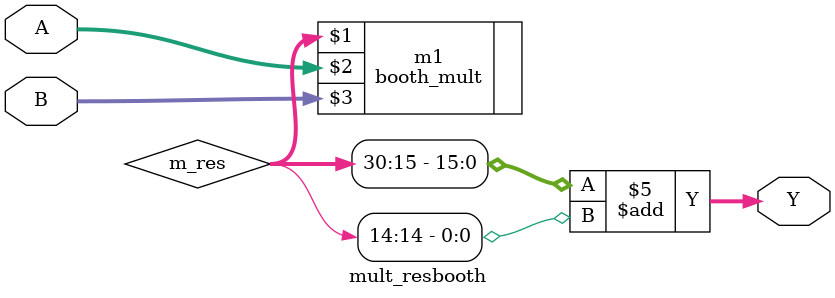
<source format=v>

`timescale 1ns / 1ps

module mod_booth_multiplier (product, x, y);

//parameter declarations
parameter width= 16;
parameter N = 8;

//input port declaration
input[width-1:0]x, y;

//output port declaration
output[width-1:0]product;

//Port Data Types
reg [2:0] count[N-1:0];
reg [width:0] partial[N-1:0];
reg [width+width-1:0] signedpartial[N-1:0];
reg [width+width-1:0] result;
wire [width:0] inv_x;

//local variables of integer type
integer i,j;

//generate two's complement of mutiplicand X(M)
assign inv_x = {~x[width-1],~x}+1;
always @ (x or y or inv_x)
begin
count[0] = {y[1],y[0],1'b0};
for(j=1;j<N;j=j+1)
count[j] = {y[2*j+1],y[2*j],y[2*j-1]};

for(j=0;j<N;j=j+1)
begin
case(count[j])  //recoding cases of radix-4 booth multiplier
//computing booth recoded bits
3'b001 , 3'b010 : partial[j] = {x[width-1],x}; // 1 X Multiplicand
3'b011 : partial[j] = {x,1'b0};                // 2 X Multiplicand
3'b100 : partial[j] = {inv_x[width-1:0],1'b0}; // -2 X Multiplicand
3'b101 , 3'b110 : partial[j] = inv_x;          // -1 X Multiplicand
default : partial[j] = 0;                      // Zero
endcase
signedpartial[j] = $signed(partial[j]);
for(i=0;i<j;i=i+1)
signedpartial[j] = {signedpartial[j],2'b00}; //multiply by 2 to the power x or shifting operation
end
result = signedpartial[0];
for(j=1;j<N;j=j+1)
result = result + signedpartial[j];
end
assign product = result ;
endmodule

//module for rounding up and truncating

module mult_resbooth(Y,A,B);
  input [15:0] A,B;
  output [15:0] Y;
  wire [31:0] m_res;
  booth_mult m1(m_res,A,B);
  assign Y = m_res[30:15] + m_res[14];
endmodule


</source>
